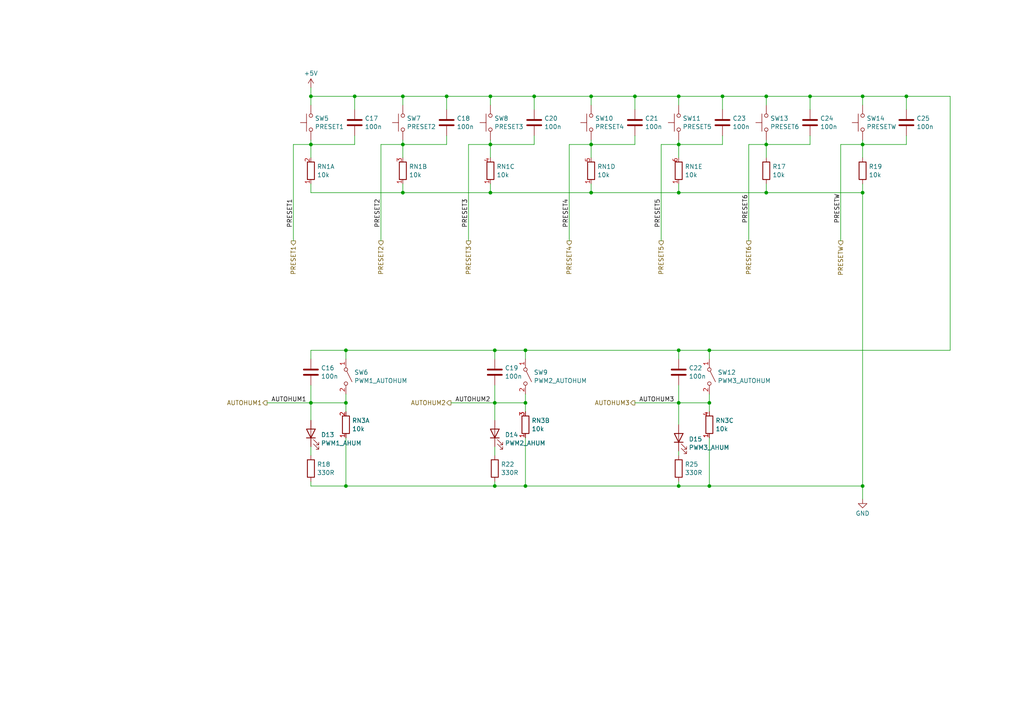
<source format=kicad_sch>
(kicad_sch (version 20231120) (generator "eeschema") (generator_version "8.0")
  (paper "A4")
  (title_block (title "Astrobox") (date "2024-04-13") (rev "2"))
  (lib_symbols
    (symbol "Device:C" (pin_numbers hide) (pin_names (offset 0.254))
      (property "Reference" "C" (at 0.635 2.54 0))
      (property "Value" "C" (at 0.635 -2.54 0))
      (symbol "C_0_1"
        (polyline (pts (xy -2.032 -0.762) (xy 2.032 -0.762)) (stroke (width 0.508)))
        (polyline (pts (xy -2.032 0.762) (xy 2.032 0.762)) (stroke (width 0.508)))
      )
      (symbol "C_1_1"
        (pin passive line (at 0 3.81 270) (length 2.794) (name "~") (number "1"))
        (pin passive line (at 0 -3.81 90) (length 2.794) (name "~") (number "2"))
      )
    )
    (symbol "Device:LED" (pin_numbers hide) (pin_names (offset 1.016) hide)
      (property "Reference" "D" (at 0 2.54 0))
      (property "Value" "LED" (at 0 -2.54 0))
      (symbol "LED_0_1"
        (polyline (pts (xy -1.27 -1.27) (xy -1.27 1.27)) (stroke (width 0.254)))
        (polyline (pts (xy -1.27 0) (xy 1.27 0)))
        (polyline (pts (xy 1.27 -1.27) (xy 1.27 1.27) (xy -1.27 0) (xy 1.27 -1.27)) (stroke (width 0.254)))
        (polyline (pts (xy -3.048 -0.762) (xy -4.572 -2.286) (xy -3.81 -2.286) (xy -4.572 -2.286) (xy -4.572 -1.524)))
        (polyline (pts (xy -1.778 -0.762) (xy -3.302 -2.286) (xy -2.54 -2.286) (xy -3.302 -2.286) (xy -3.302 -1.524)))
      )
      (symbol "LED_1_1"
        (pin passive line (at -3.81 0 0) (length 2.54) (name "K") (number "1"))
        (pin passive line (at 3.81 0 180) (length 2.54) (name "A") (number "2"))
      )
    )
    (symbol "Device:R" (pin_numbers hide) (pin_names (offset 0))
      (property "Reference" "R" (at 2.032 0 90))
      (property "Value" "R" (at 0 0 90))
      (symbol "R_0_1"
        (rectangle (start -1.016 -2.54) (end 1.016 2.54) (stroke (width 0.254)))
      )
      (symbol "R_1_1"
        (pin passive line (at 0 3.81 270) (length 1.27) (name "~") (number "1"))
        (pin passive line (at 0 -3.81 90) (length 1.27) (name "~") (number "2"))
      )
    )
    (symbol "Device:R_Network03_Split" (pin_names (offset 0) hide)
      (property "Reference" "RN" (at 2.032 0 90))
      (property "Value" "R_Network03_Split" (at 0 0 90))
      (symbol "R_Network03_Split_0_1"
        (rectangle (start -1.016 2.54) (end 1.016 -2.54) (stroke (width 0.254)))
        (pin passive line (at 0 3.81 270) (length 1.27) (name "R1") (number "1"))
      )
      (symbol "R_Network03_Split_1_1"
        (pin passive line (at 0 -3.81 90) (length 1.27) (name "R1.2") (number "2"))
      )
      (symbol "R_Network03_Split_2_1"
        (pin passive line (at 0 -3.81 90) (length 1.27) (name "R2.2") (number "3"))
      )
      (symbol "R_Network03_Split_3_1"
        (pin passive line (at 0 -3.81 90) (length 1.27) (name "R3.2") (number "4"))
      )
    )
    (symbol "Device:R_Network05_Split" (pin_names (offset 0) hide)
      (property "Reference" "RN" (at 2.032 0 90))
      (property "Value" "R_Network05_Split" (at 0 0 90))
      (symbol "R_Network05_Split_0_1"
        (rectangle (start 1.016 2.54) (end -1.016 -2.54) (stroke (width 0.254)))
        (pin passive line (at 0 3.81 270) (length 1.27) (name "R1") (number "1"))
      )
      (symbol "R_Network05_Split_1_1"
        (pin passive line (at 0 -3.81 90) (length 1.27) (name "R1.2") (number "2"))
      )
      (symbol "R_Network05_Split_2_1"
        (pin passive line (at 0 -3.81 90) (length 1.27) (name "R2.2") (number "3"))
      )
      (symbol "R_Network05_Split_3_1"
        (pin passive line (at 0 -3.81 90) (length 1.27) (name "R3.2") (number "4"))
      )
      (symbol "R_Network05_Split_4_1"
        (pin passive line (at 0 -3.81 90) (length 1.27) (name "R4.2") (number "5"))
      )
      (symbol "R_Network05_Split_5_1"
        (pin passive line (at 0 -3.81 90) (length 1.27) (name "R5.2") (number "6"))
      )
    )
    (symbol "Switch:SW_Push" (pin_numbers hide) (pin_names (offset 1.016) hide)
      (property "Reference" "SW" (at 1.27 2.54 0))
      (property "Value" "SW_Push" (at 0 -1.524 0))
      (symbol "SW_Push_0_1"
        (circle (center -2.032 0) (radius 0.508))
        (polyline (pts (xy 0 1.27) (xy 0 3.048)))
        (polyline (pts (xy 2.54 1.27) (xy -2.54 1.27)))
        (circle (center 2.032 0) (radius 0.508))
        (pin passive line (at -5.08 0 0) (length 2.54) (name "1") (number "1"))
        (pin passive line (at 5.08 0 180) (length 2.54) (name "2") (number "2"))
      )
    )
    (symbol "Switch:SW_SPST" (pin_names (offset 0) hide)
      (property "Reference" "SW" (at 0 3.175 0))
      (property "Value" "SW_SPST" (at 0 -2.54 0))
      (symbol "SW_SPST_0_0"
        (circle (center -2.032 0) (radius 0.508))
        (polyline (pts (xy -1.524 0.254) (xy 1.524 1.778)))
        (circle (center 2.032 0) (radius 0.508))
      )
      (symbol "SW_SPST_1_1"
        (pin passive line (at -5.08 0 0) (length 2.54) (name "A") (number "1"))
        (pin passive line (at 5.08 0 180) (length 2.54) (name "B") (number "2"))
      )
    )
    (symbol "power:+5V" (power) (pin_names (offset 0))
      (property "Value" "+5V" (at 0 3.556 0))
      (symbol "+5V_0_1"
        (polyline (pts (xy -0.762 1.27) (xy 0 2.54)))
        (polyline (pts (xy 0 0) (xy 0 2.54)))
        (polyline (pts (xy 0 2.54) (xy 0.762 1.27)))
      )
      (symbol "+5V_1_1"
        (pin power_in line (at 0 0 90) (length 0) hide (name "+5V") (number "1"))
      )
    )
    (symbol "power:GND" (power) (pin_names (offset 0))
      (property "Value" "GND" (at 0 -3.81 0))
      (symbol "GND_0_1"
        (polyline (pts (xy 0 0) (xy 0 -1.27) (xy 1.27 -1.27) (xy 0 -2.54) (xy -1.27 -1.27) (xy 0 -1.27)))
      )
      (symbol "GND_1_1"
        (pin power_in line (at 0 0 270) (length 0) hide (name "GND") (number "1"))
      )
    )
  )
  (junction (at 116.84 41.91))
  (junction (at 100.33 140.97))
  (junction (at 143.51 116.84))
  (junction (at 250.19 140.97))
  (junction (at 196.85 101.6))
  (junction (at 222.25 55.88))
  (junction (at 129.54 27.94))
  (junction (at 90.17 27.94))
  (junction (at 90.17 116.84))
  (junction (at 90.17 41.91))
  (junction (at 143.51 101.6))
  (junction (at 171.45 27.94))
  (junction (at 205.74 140.97))
  (junction (at 250.19 41.91))
  (junction (at 171.45 55.88))
  (junction (at 196.85 116.84))
  (junction (at 142.24 27.94))
  (junction (at 222.25 41.91))
  (junction (at 116.84 55.88))
  (junction (at 116.84 27.94))
  (junction (at 142.24 55.88))
  (junction (at 262.89 27.94))
  (junction (at 250.19 55.88))
  (junction (at 205.74 101.6))
  (junction (at 152.4 116.84))
  (junction (at 196.85 140.97))
  (junction (at 100.33 101.6))
  (junction (at 142.24 41.91))
  (junction (at 234.95 27.94))
  (junction (at 196.85 55.88))
  (junction (at 102.87 27.94))
  (junction (at 143.51 140.97))
  (junction (at 222.25 27.94))
  (junction (at 196.85 27.94))
  (junction (at 152.4 140.97))
  (junction (at 184.15 27.94))
  (junction (at 154.94 27.94))
  (junction (at 205.74 116.84))
  (junction (at 100.33 116.84))
  (junction (at 171.45 41.91))
  (junction (at 250.19 27.94))
  (junction (at 196.85 41.91))
  (junction (at 152.4 101.6))
  (junction (at 209.55 27.94))
  (wire (pts (xy 243.84 41.91) (xy 243.84 69.85)))
  (wire (pts (xy 90.17 140.97) (xy 90.17 139.7)))
  (wire (pts (xy 234.95 27.94) (xy 234.95 31.75)))
  (wire (pts (xy 205.74 116.84) (xy 205.74 119.38)))
  (wire (pts (xy 100.33 101.6) (xy 143.51 101.6)))
  (wire (pts (xy 196.85 116.84) (xy 196.85 111.76)))
  (wire (pts (xy 171.45 41.91) (xy 184.15 41.91)))
  (wire (pts (xy 116.84 55.88) (xy 142.24 55.88)))
  (wire (pts (xy 196.85 130.81) (xy 196.85 132.08)))
  (wire (pts (xy 171.45 41.91) (xy 171.45 45.72)))
  (wire (pts (xy 196.85 55.88) (xy 222.25 55.88)))
  (wire (pts (xy 116.84 41.91) (xy 116.84 45.72)))
  (wire (pts (xy 90.17 101.6) (xy 90.17 104.14)))
  (wire (pts (xy 142.24 55.88) (xy 171.45 55.88)))
  (wire (pts (xy 90.17 25.4) (xy 90.17 27.94)))
  (wire (pts (xy 196.85 116.84) (xy 196.85 123.19)))
  (wire (pts (xy 116.84 30.48) (xy 116.84 27.94)))
  (wire (pts (xy 262.89 27.94) (xy 262.89 31.75)))
  (wire (pts (xy 222.25 27.94) (xy 234.95 27.94)))
  (wire (pts (xy 184.15 27.94) (xy 196.85 27.94)))
  (wire (pts (xy 154.94 27.94) (xy 171.45 27.94)))
  (wire (pts (xy 152.4 116.84) (xy 152.4 119.38)))
  (wire (pts (xy 142.24 30.48) (xy 142.24 27.94)))
  (wire (pts (xy 250.19 41.91) (xy 262.89 41.91)))
  (wire (pts (xy 250.19 53.34) (xy 250.19 55.88)))
  (wire (pts (xy 250.19 140.97) (xy 250.19 144.78)))
  (wire (pts (xy 171.45 30.48) (xy 171.45 27.94)))
  (wire (pts (xy 205.74 127) (xy 205.74 140.97)))
  (wire (pts (xy 100.33 101.6) (xy 90.17 101.6)))
  (wire (pts (xy 102.87 41.91) (xy 102.87 39.37)))
  (wire (pts (xy 250.19 27.94) (xy 262.89 27.94)))
  (wire (pts (xy 152.4 101.6) (xy 143.51 101.6)))
  (wire (pts (xy 222.25 41.91) (xy 234.95 41.91)))
  (wire (pts (xy 209.55 41.91) (xy 209.55 39.37)))
  (wire (pts (xy 196.85 27.94) (xy 209.55 27.94)))
  (wire (pts (xy 85.09 41.91) (xy 85.09 69.85)))
  (wire (pts (xy 196.85 41.91) (xy 196.85 45.72)))
  (wire (pts (xy 152.4 140.97) (xy 196.85 140.97)))
  (wire (pts (xy 154.94 41.91) (xy 154.94 39.37)))
  (wire (pts (xy 90.17 116.84) (xy 90.17 121.92)))
  (wire (pts (xy 171.45 41.91) (xy 165.1 41.91)))
  (wire (pts (xy 143.51 129.54) (xy 143.51 132.08)))
  (wire (pts (xy 262.89 41.91) (xy 262.89 39.37)))
  (wire (pts (xy 165.1 41.91) (xy 165.1 69.85)))
  (wire (pts (xy 250.19 41.91) (xy 243.84 41.91)))
  (wire (pts (xy 205.74 114.3) (xy 205.74 116.84)))
  (wire (pts (xy 142.24 41.91) (xy 142.24 45.72)))
  (wire (pts (xy 196.85 41.91) (xy 191.77 41.91)))
  (wire (pts (xy 100.33 116.84) (xy 90.17 116.84)))
  (wire (pts (xy 116.84 41.91) (xy 110.49 41.91)))
  (wire (pts (xy 116.84 53.34) (xy 116.84 55.88)))
  (wire (pts (xy 143.51 101.6) (xy 143.51 104.14)))
  (wire (pts (xy 209.55 27.94) (xy 209.55 31.75)))
  (wire (pts (xy 143.51 116.84) (xy 143.51 111.76)))
  (wire (pts (xy 100.33 127) (xy 100.33 140.97)))
  (wire (pts (xy 250.19 41.91) (xy 250.19 45.72)))
  (wire (pts (xy 90.17 40.64) (xy 90.17 41.91)))
  (wire (pts (xy 102.87 27.94) (xy 102.87 31.75)))
  (wire (pts (xy 171.45 55.88) (xy 196.85 55.88)))
  (wire (pts (xy 100.33 116.84) (xy 100.33 119.38)))
  (wire (pts (xy 129.54 27.94) (xy 129.54 31.75)))
  (wire (pts (xy 135.89 41.91) (xy 135.89 69.85)))
  (wire (pts (xy 234.95 41.91) (xy 234.95 39.37)))
  (wire (pts (xy 250.19 55.88) (xy 250.19 140.97)))
  (wire (pts (xy 90.17 41.91) (xy 85.09 41.91)))
  (wire (pts (xy 154.94 27.94) (xy 154.94 31.75)))
  (wire (pts (xy 171.45 27.94) (xy 184.15 27.94)))
  (wire (pts (xy 196.85 140.97) (xy 196.85 139.7)))
  (wire (pts (xy 152.4 101.6) (xy 196.85 101.6)))
  (wire (pts (xy 143.51 140.97) (xy 143.51 139.7)))
  (wire (pts (xy 222.25 30.48) (xy 222.25 27.94)))
  (wire (pts (xy 250.19 40.64) (xy 250.19 41.91)))
  (wire (pts (xy 90.17 41.91) (xy 90.17 45.72)))
  (wire (pts (xy 196.85 40.64) (xy 196.85 41.91)))
  (wire (pts (xy 90.17 53.34) (xy 90.17 55.88)))
  (wire (pts (xy 77.47 116.84) (xy 90.17 116.84)))
  (wire (pts (xy 196.85 30.48) (xy 196.85 27.94)))
  (wire (pts (xy 90.17 140.97) (xy 100.33 140.97)))
  (wire (pts (xy 196.85 53.34) (xy 196.85 55.88)))
  (wire (pts (xy 222.25 55.88) (xy 250.19 55.88)))
  (wire (pts (xy 90.17 129.54) (xy 90.17 132.08)))
  (wire (pts (xy 142.24 53.34) (xy 142.24 55.88)))
  (wire (pts (xy 184.15 27.94) (xy 184.15 31.75)))
  (wire (pts (xy 184.15 116.84) (xy 196.85 116.84)))
  (wire (pts (xy 90.17 30.48) (xy 90.17 27.94)))
  (wire (pts (xy 205.74 101.6) (xy 275.59 101.6)))
  (wire (pts (xy 142.24 40.64) (xy 142.24 41.91)))
  (wire (pts (xy 143.51 116.84) (xy 143.51 121.92)))
  (wire (pts (xy 152.4 116.84) (xy 143.51 116.84)))
  (wire (pts (xy 90.17 41.91) (xy 102.87 41.91)))
  (wire (pts (xy 171.45 40.64) (xy 171.45 41.91)))
  (wire (pts (xy 196.85 101.6) (xy 196.85 104.14)))
  (wire (pts (xy 129.54 41.91) (xy 129.54 39.37)))
  (wire (pts (xy 222.25 40.64) (xy 222.25 41.91)))
  (wire (pts (xy 205.74 104.14) (xy 205.74 101.6)))
  (wire (pts (xy 222.25 53.34) (xy 222.25 55.88)))
  (wire (pts (xy 116.84 27.94) (xy 129.54 27.94)))
  (wire (pts (xy 90.17 116.84) (xy 90.17 111.76)))
  (wire (pts (xy 205.74 101.6) (xy 196.85 101.6)))
  (wire (pts (xy 100.33 114.3) (xy 100.33 116.84)))
  (wire (pts (xy 196.85 140.97) (xy 205.74 140.97)))
  (wire (pts (xy 130.81 116.84) (xy 143.51 116.84)))
  (wire (pts (xy 275.59 101.6) (xy 275.59 27.94)))
  (wire (pts (xy 250.19 140.97) (xy 205.74 140.97)))
  (wire (pts (xy 129.54 27.94) (xy 142.24 27.94)))
  (wire (pts (xy 142.24 41.91) (xy 154.94 41.91)))
  (wire (pts (xy 250.19 30.48) (xy 250.19 27.94)))
  (wire (pts (xy 90.17 55.88) (xy 116.84 55.88)))
  (wire (pts (xy 116.84 40.64) (xy 116.84 41.91)))
  (wire (pts (xy 209.55 27.94) (xy 222.25 27.94)))
  (wire (pts (xy 222.25 41.91) (xy 222.25 45.72)))
  (wire (pts (xy 217.17 41.91) (xy 217.17 69.85)))
  (wire (pts (xy 171.45 53.34) (xy 171.45 55.88)))
  (wire (pts (xy 142.24 27.94) (xy 154.94 27.94)))
  (wire (pts (xy 234.95 27.94) (xy 250.19 27.94)))
  (wire (pts (xy 184.15 41.91) (xy 184.15 39.37)))
  (wire (pts (xy 116.84 41.91) (xy 129.54 41.91)))
  (wire (pts (xy 205.74 116.84) (xy 196.85 116.84)))
  (wire (pts (xy 100.33 104.14) (xy 100.33 101.6)))
  (wire (pts (xy 152.4 114.3) (xy 152.4 116.84)))
  (wire (pts (xy 143.51 140.97) (xy 152.4 140.97)))
  (wire (pts (xy 90.17 27.94) (xy 102.87 27.94)))
  (wire (pts (xy 196.85 41.91) (xy 209.55 41.91)))
  (wire (pts (xy 142.24 41.91) (xy 135.89 41.91)))
  (wire (pts (xy 152.4 127) (xy 152.4 140.97)))
  (wire (pts (xy 152.4 104.14) (xy 152.4 101.6)))
  (wire (pts (xy 191.77 41.91) (xy 191.77 69.85)))
  (wire (pts (xy 275.59 27.94) (xy 262.89 27.94)))
  (wire (pts (xy 100.33 140.97) (xy 143.51 140.97)))
  (wire (pts (xy 102.87 27.94) (xy 116.84 27.94)))
  (wire (pts (xy 222.25 41.91) (xy 217.17 41.91)))
  (wire (pts (xy 110.49 41.91) (xy 110.49 69.85)))
  (label "AUTOHUM2" (at 142.24 116.84 180))
  (label "PRESET3" (at 135.89 66.04 90))
  (label "PRESET1" (at 85.09 66.04 90))
  (label "PRESET5" (at 191.77 66.04 90))
  (label "AUTOHUM1" (at 88.9 116.84 180))
  (label "PRESET4" (at 165.1 66.04 90))
  (label "AUTOHUM3" (at 195.58 116.84 180))
  (label "PRESET2" (at 110.49 66.04 90))
  (label "PRESETW" (at 243.84 64.77 90))
  (label "PRESET6" (at 217.17 64.77 90))
  (hierarchical_label "AUTOHUM3" (shape output) (at 184.15 116.84 180))
  (hierarchical_label "PRESET4" (shape output) (at 165.1 69.85 270))
  (hierarchical_label "PRESET3" (shape output) (at 135.89 69.85 270))
  (hierarchical_label "PRESET1" (shape output) (at 85.09 69.85 270))
  (hierarchical_label "AUTOHUM1" (shape output) (at 77.47 116.84 180))
  (hierarchical_label "PRESET2" (shape output) (at 110.49 69.85 270))
  (hierarchical_label "PRESET5" (shape output) (at 191.77 69.85 270))
  (hierarchical_label "PRESET6" (shape output) (at 217.17 69.85 270))
  (hierarchical_label "AUTOHUM2" (shape output) (at 130.81 116.84 180))
  (hierarchical_label "PRESETW" (shape output) (at 243.84 69.85 270))
  (symbol (lib_id "Device:C") (at 143.51 107.95 0) (unit 1)
    (property "Reference" "C19" (at 146.431 106.7379 0) (effects (justify left)))
    (property "Value" "100n" (at 146.431 109.1621 0) (effects (justify left)))
    (property "Footprint" "Capacitor_SMD:C_1206_3216Metric_Pad1.33x1.80mm_HandSolder" (effects (hide yes)))
  )
  (symbol (lib_id "Device:R") (at 90.17 135.89 180) (unit 1)
    (property "Reference" "R18" (at 91.948 134.6779 0) (effects (justify right)))
    (property "Value" "330R" (at 91.948 137.1021 0) (effects (justify right)))
    (property "Footprint" "Resistor_SMD:R_1206_3216Metric_Pad1.30x1.75mm_HandSolder" (effects (hide yes)))
  )
  (symbol (lib_id "Device:C") (at 102.87 35.56 0) (unit 1)
    (property "Reference" "C17" (at 105.791 34.3479 0) (effects (justify left)))
    (property "Value" "100n" (at 105.791 36.7721 0) (effects (justify left)))
    (property "Footprint" "Capacitor_SMD:C_1206_3216Metric_Pad1.33x1.80mm_HandSolder" (effects (hide yes)))
  )
  (symbol (lib_id "Device:LED") (at 196.85 127 90) (unit 1)
    (property "Reference" "D15" (at 199.771 127.3754 90) (effects (justify right)))
    (property "Value" "PWM3_AHUM" (at 199.771 129.7996 90) (effects (justify right)))
    (property "Footprint" "Connector_PinHeader_2.54mm:PinHeader_1x02_P2.54mm_Vertical" (effects (hide yes)))
  )
  (symbol (lib_id "Device:R_Network05_Split") (at 196.85 49.53 180) (unit 5)
    (property "Reference" "RN1" (at 198.628 48.3179 0) (effects (justify right)))
    (property "Value" "10k" (at 198.628 50.7421 0) (effects (justify right)))
    (property "Footprint" "Resistor_THT:R_Array_SIP6" (effects (hide yes)))
    (property "Datasheet" "http://www.vishay.com/docs/31509/csc.pdf" (effects (hide yes)))
  )
  (symbol (lib_id "Device:R_Network03_Split") (at 152.4 123.19 180) (unit 2)
    (property "Reference" "RN3" (at 154.178 121.9779 0) (effects (justify right)))
    (property "Value" "10k" (at 154.178 124.4021 0) (effects (justify right)))
    (property "Footprint" "Resistor_THT:R_Array_SIP4" (effects (hide yes)))
    (property "Datasheet" "http://www.vishay.com/docs/31509/csc.pdf" (effects (hide yes)))
  )
  (symbol (lib_id "Switch:SW_SPST") (at 100.33 109.22 270) (unit 1)
    (property "Reference" "SW6" (at 102.743 108.0079 90) (effects (justify left)))
    (property "Value" "PWM1_AUTOHUM" (at 102.743 110.4321 90) (effects (justify left)))
    (property "Footprint" "Connector_PinHeader_2.54mm:PinHeader_1x02_P2.54mm_Vertical" (effects (hide yes)))
  )
  (symbol (lib_id "Device:C") (at 129.54 35.56 0) (unit 1)
    (property "Reference" "C18" (at 132.461 34.3479 0) (effects (justify left)))
    (property "Value" "100n" (at 132.461 36.7721 0) (effects (justify left)))
    (property "Footprint" "Capacitor_SMD:C_1206_3216Metric_Pad1.33x1.80mm_HandSolder" (effects (hide yes)))
  )
  (symbol (lib_id "Device:R") (at 143.51 135.89 180) (unit 1)
    (property "Reference" "R22" (at 145.288 134.6779 0) (effects (justify right)))
    (property "Value" "330R" (at 145.288 137.1021 0) (effects (justify right)))
    (property "Footprint" "Resistor_SMD:R_1206_3216Metric_Pad1.30x1.75mm_HandSolder" (effects (hide yes)))
  )
  (symbol (lib_id "Switch:SW_SPST") (at 152.4 109.22 270) (unit 1)
    (property "Reference" "SW9" (at 154.813 108.0079 90) (effects (justify left)))
    (property "Value" "PWM2_AUTOHUM" (at 154.813 110.4321 90) (effects (justify left)))
    (property "Footprint" "Connector_PinHeader_2.54mm:PinHeader_1x02_P2.54mm_Vertical" (effects (hide yes)))
  )
  (symbol (lib_id "Switch:SW_Push") (at 222.25 35.56 90) (unit 1)
    (property "Reference" "SW13" (at 223.393 34.3479 90) (effects (justify right)))
    (property "Value" "PRESET6" (at 223.393 36.7721 90) (effects (justify right)))
    (property "Footprint" "Connector_PinHeader_2.54mm:PinHeader_1x02_P2.54mm_Vertical" (effects (hide yes)))
  )
  (symbol (lib_id "Device:C") (at 262.89 35.56 0) (unit 1)
    (property "Reference" "C25" (at 265.811 34.3479 0) (effects (justify left)))
    (property "Value" "100n" (at 265.811 36.7721 0) (effects (justify left)))
    (property "Footprint" "Capacitor_SMD:C_1206_3216Metric_Pad1.33x1.80mm_HandSolder" (effects (hide yes)))
  )
  (symbol (lib_id "Switch:SW_Push") (at 116.84 35.56 90) (unit 1)
    (property "Reference" "SW7" (at 117.983 34.3479 90) (effects (justify right)))
    (property "Value" "PRESET2" (at 117.983 36.7721 90) (effects (justify right)))
    (property "Footprint" "Connector_PinHeader_2.54mm:PinHeader_1x02_P2.54mm_Vertical" (effects (hide yes)))
  )
  (symbol (lib_id "Switch:SW_Push") (at 171.45 35.56 90) (unit 1)
    (property "Reference" "SW10" (at 172.593 34.3479 90) (effects (justify right)))
    (property "Value" "PRESET4" (at 172.593 36.7721 90) (effects (justify right)))
    (property "Footprint" "Connector_PinHeader_2.54mm:PinHeader_1x02_P2.54mm_Vertical" (effects (hide yes)))
  )
  (symbol (lib_id "Device:R_Network03_Split") (at 100.33 123.19 180) (unit 1)
    (property "Reference" "RN3" (at 102.108 121.9779 0) (effects (justify right)))
    (property "Value" "10k" (at 102.108 124.4021 0) (effects (justify right)))
    (property "Footprint" "Resistor_THT:R_Array_SIP4" (effects (hide yes)))
    (property "Datasheet" "http://www.vishay.com/docs/31509/csc.pdf" (effects (hide yes)))
  )
  (symbol (lib_id "Device:C") (at 196.85 107.95 0) (unit 1)
    (property "Reference" "C22" (at 199.771 106.7379 0) (effects (justify left)))
    (property "Value" "100n" (at 199.771 109.1621 0) (effects (justify left)))
    (property "Footprint" "Capacitor_SMD:C_1206_3216Metric_Pad1.33x1.80mm_HandSolder" (effects (hide yes)))
  )
  (symbol (lib_id "Device:C") (at 154.94 35.56 0) (unit 1)
    (property "Reference" "C20" (at 157.861 34.3479 0) (effects (justify left)))
    (property "Value" "100n" (at 157.861 36.7721 0) (effects (justify left)))
    (property "Footprint" "Capacitor_SMD:C_1206_3216Metric_Pad1.33x1.80mm_HandSolder" (effects (hide yes)))
  )
  (symbol (lib_id "Device:R_Network03_Split") (at 205.74 123.19 180) (unit 3)
    (property "Reference" "RN3" (at 207.518 121.9779 0) (effects (justify right)))
    (property "Value" "10k" (at 207.518 124.4021 0) (effects (justify right)))
    (property "Footprint" "Resistor_THT:R_Array_SIP4" (effects (hide yes)))
    (property "Datasheet" "http://www.vishay.com/docs/31509/csc.pdf" (effects (hide yes)))
  )
  (symbol (lib_id "Device:C") (at 90.17 107.95 0) (unit 1)
    (property "Reference" "C16" (at 93.091 106.7379 0) (effects (justify left)))
    (property "Value" "100n" (at 93.091 109.1621 0) (effects (justify left)))
    (property "Footprint" "Capacitor_SMD:C_1206_3216Metric_Pad1.33x1.80mm_HandSolder" (effects (hide yes)))
  )
  (symbol (lib_id "Device:R") (at 196.85 135.89 180) (unit 1)
    (property "Reference" "R25" (at 198.628 134.6779 0) (effects (justify right)))
    (property "Value" "330R" (at 198.628 137.1021 0) (effects (justify right)))
    (property "Footprint" "Resistor_SMD:R_1206_3216Metric_Pad1.30x1.75mm_HandSolder" (effects (hide yes)))
  )
  (symbol (lib_id "power:+5V") (at 90.17 25.4 0) (unit 1)
    (property "Reference" "#PWR043" (effects (hide yes)))
    (property "Value" "+5V" (at 90.17 21.2669 0))
  )
  (symbol (lib_id "power:GND") (at 250.19 144.78 0) (unit 1)
    (property "Reference" "#PWR044" (effects (hide yes)))
    (property "Value" "GND" (at 250.19 148.9131 0))
  )
  (symbol (lib_id "Device:R") (at 250.19 49.53 0) (unit 1)
    (property "Reference" "R19" (at 251.968 48.3179 0) (effects (justify left)))
    (property "Value" "10k" (at 251.968 50.7421 0) (effects (justify left)))
    (property "Footprint" "Resistor_SMD:R_1206_3216Metric_Pad1.30x1.75mm_HandSolder" (effects (hide yes)))
  )
  (symbol (lib_id "Device:R") (at 222.25 49.53 0) (unit 1)
    (property "Reference" "R17" (at 224.028 48.3179 0) (effects (justify left)))
    (property "Value" "10k" (at 224.028 50.7421 0) (effects (justify left)))
    (property "Footprint" "Resistor_SMD:R_1206_3216Metric_Pad1.30x1.75mm_HandSolder" (effects (hide yes)))
  )
  (symbol (lib_id "Device:R_Network05_Split") (at 116.84 49.53 180) (unit 2)
    (property "Reference" "RN1" (at 118.618 48.3179 0) (effects (justify right)))
    (property "Value" "10k" (at 118.618 50.7421 0) (effects (justify right)))
    (property "Footprint" "Resistor_THT:R_Array_SIP6" (effects (hide yes)))
    (property "Datasheet" "http://www.vishay.com/docs/31509/csc.pdf" (effects (hide yes)))
  )
  (symbol (lib_id "Device:R_Network05_Split") (at 171.45 49.53 180) (unit 4)
    (property "Reference" "RN1" (at 173.228 48.3179 0) (effects (justify right)))
    (property "Value" "10k" (at 173.228 50.7421 0) (effects (justify right)))
    (property "Footprint" "Resistor_THT:R_Array_SIP6" (effects (hide yes)))
    (property "Datasheet" "http://www.vishay.com/docs/31509/csc.pdf" (effects (hide yes)))
  )
  (symbol (lib_id "Device:R_Network05_Split") (at 142.24 49.53 180) (unit 3)
    (property "Reference" "RN1" (at 144.018 48.3179 0) (effects (justify right)))
    (property "Value" "10k" (at 144.018 50.7421 0) (effects (justify right)))
    (property "Footprint" "Resistor_THT:R_Array_SIP6" (effects (hide yes)))
    (property "Datasheet" "http://www.vishay.com/docs/31509/csc.pdf" (effects (hide yes)))
  )
  (symbol (lib_id "Device:C") (at 184.15 35.56 0) (unit 1)
    (property "Reference" "C21" (at 187.071 34.3479 0) (effects (justify left)))
    (property "Value" "100n" (at 187.071 36.7721 0) (effects (justify left)))
    (property "Footprint" "Capacitor_SMD:C_1206_3216Metric_Pad1.33x1.80mm_HandSolder" (effects (hide yes)))
  )
  (symbol (lib_id "Device:C") (at 209.55 35.56 0) (unit 1)
    (property "Reference" "C23" (at 212.471 34.3479 0) (effects (justify left)))
    (property "Value" "100n" (at 212.471 36.7721 0) (effects (justify left)))
    (property "Footprint" "Capacitor_SMD:C_1206_3216Metric_Pad1.33x1.80mm_HandSolder" (effects (hide yes)))
  )
  (symbol (lib_id "Device:LED") (at 90.17 125.73 90) (unit 1)
    (property "Reference" "D13" (at 93.091 126.1054 90) (effects (justify right)))
    (property "Value" "PWM1_AHUM" (at 93.091 128.5296 90) (effects (justify right)))
    (property "Footprint" "Connector_PinHeader_2.54mm:PinHeader_1x02_P2.54mm_Vertical" (effects (hide yes)))
  )
  (symbol (lib_id "Switch:SW_Push") (at 90.17 35.56 90) (unit 1)
    (property "Reference" "SW5" (at 91.313 34.3479 90) (effects (justify right)))
    (property "Value" "PRESET1" (at 91.313 36.7721 90) (effects (justify right)))
    (property "Footprint" "Connector_PinHeader_2.54mm:PinHeader_1x02_P2.54mm_Vertical" (effects (hide yes)))
  )
  (symbol (lib_id "Device:R_Network05_Split") (at 90.17 49.53 180) (unit 1)
    (property "Reference" "RN1" (at 91.948 48.3179 0) (effects (justify right)))
    (property "Value" "10k" (at 91.948 50.7421 0) (effects (justify right)))
    (property "Footprint" "Resistor_THT:R_Array_SIP6" (effects (hide yes)))
    (property "Datasheet" "http://www.vishay.com/docs/31509/csc.pdf" (effects (hide yes)))
  )
  (symbol (lib_id "Device:LED") (at 143.51 125.73 90) (unit 1)
    (property "Reference" "D14" (at 146.431 126.1054 90) (effects (justify right)))
    (property "Value" "PWM2_AHUM" (at 146.431 128.5296 90) (effects (justify right)))
    (property "Footprint" "Connector_PinHeader_2.54mm:PinHeader_1x02_P2.54mm_Vertical" (effects (hide yes)))
  )
  (symbol (lib_id "Switch:SW_Push") (at 196.85 35.56 90) (unit 1)
    (property "Reference" "SW11" (at 197.993 34.3479 90) (effects (justify right)))
    (property "Value" "PRESET5" (at 197.993 36.7721 90) (effects (justify right)))
    (property "Footprint" "Connector_PinHeader_2.54mm:PinHeader_1x02_P2.54mm_Vertical" (effects (hide yes)))
  )
  (symbol (lib_id "Device:C") (at 234.95 35.56 0) (unit 1)
    (property "Reference" "C24" (at 237.871 34.3479 0) (effects (justify left)))
    (property "Value" "100n" (at 237.871 36.7721 0) (effects (justify left)))
    (property "Footprint" "Capacitor_SMD:C_1206_3216Metric_Pad1.33x1.80mm_HandSolder" (effects (hide yes)))
  )
  (symbol (lib_id "Switch:SW_Push") (at 142.24 35.56 90) (unit 1)
    (property "Reference" "SW8" (at 143.383 34.3479 90) (effects (justify right)))
    (property "Value" "PRESET3" (at 143.383 36.7721 90) (effects (justify right)))
    (property "Footprint" "Connector_PinHeader_2.54mm:PinHeader_1x02_P2.54mm_Vertical" (effects (hide yes)))
  )
  (symbol (lib_id "Switch:SW_SPST") (at 205.74 109.22 270) (unit 1)
    (property "Reference" "SW12" (at 208.153 108.0079 90) (effects (justify left)))
    (property "Value" "PWM3_AUTOHUM" (at 208.153 110.4321 90) (effects (justify left)))
    (property "Footprint" "Connector_PinHeader_2.54mm:PinHeader_1x02_P2.54mm_Vertical" (effects (hide yes)))
  )
  (symbol (lib_id "Switch:SW_Push") (at 250.19 35.56 90) (unit 1)
    (property "Reference" "SW14" (at 251.333 34.3479 90) (effects (justify right)))
    (property "Value" "PRESETW" (at 251.333 36.7721 90) (effects (justify right)))
    (property "Footprint" "Connector_PinHeader_2.54mm:PinHeader_1x02_P2.54mm_Vertical" (effects (hide yes)))
  )
)
</source>
